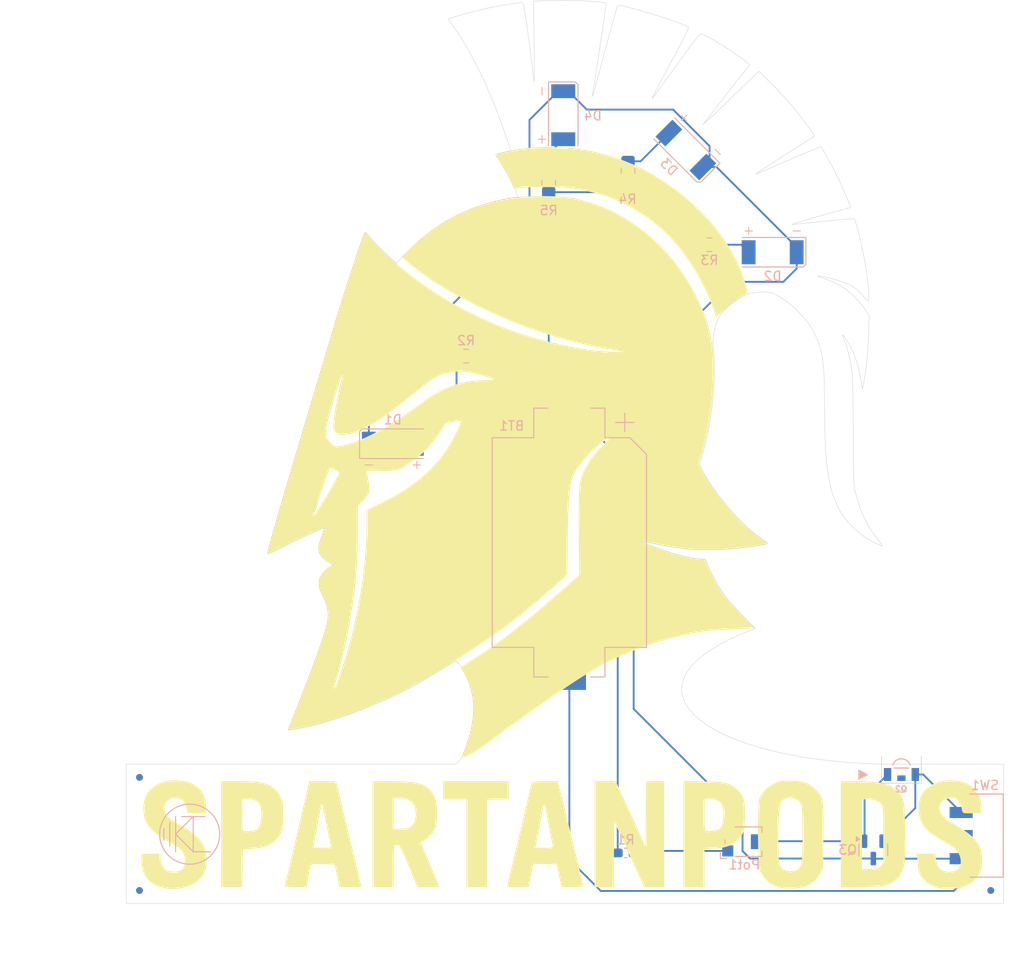
<source format=kicad_pcb>
(kicad_pcb (version 20241229) (generator "pcbnew") (generator_version "9.0")
  (layers (0 "F.Cu" signal) (2 "B.Cu" signal) (13 "F.Paste" user) (15 "B.Paste" user) (5 "F.SilkS" user "F.Silkscreen") (7 "B.SilkS" user "B.Silkscreen") (1 "F.Mask" user) (3 "B.Mask" user) (25 "Edge.Cuts" user))
  (net 0 "")
  (net 1 "Net-(D1-A)")
  (net 2 "Net-(D1-K)")
  (net 4 "Net-(Pot1-Pad1)")
  (net 5 "+3.3V")
  (net 6 "GNDREF")
  (net 7 "Net-(D2-A)")
  (net 8 "Net-(D3-A)")
  (net 9 "Net-(D4-A)")
  (net 10 "Net-(Q2-1)")
  (net 11 "Net-(Q2-2)")
  (footprint "Spartanpods:Combined" (layer "F.Cu") (at 99.453609 137.849936)
    (property "Reference" "G2")
    (property "Value" "Logo_Open_Hardware_Small")
    (fp_poly (pts (xy 49.304049 -99.954361) (xy 50.359665 -99.931915) (xy 51.429001 -99.891069) (xy 52.42639 -99.835806) (xy 53.266163 -99.770111) (xy 53.86265 -99.697966) (xy 54.042891 -99.660721) (xy 54.130184 -99.623356) (xy 53.937807 -98.176122) (xy 53.471787 -94.976734) (xy 52.974393 -91.663064) (xy 52.687893 -89.872983) (xy 52.675309 -89.808258) (xy 52.665723 -89.750029) (xy 52.65919 -89.699417) (xy 52.655762 -89.657544) (xy 52.65523 -89.640234) (xy 52.655494 -89.625529) (xy 52.656562 -89.613568) (xy 52.65844 -89.604493) (xy 52.661135 -89.598443) (xy 52.662792 -89.596596) (xy 52.664654 -89.595558) (xy 52.666725 -89.595346) (xy 52.669004 -89.595978) (xy 52.674191 -89.599843) (xy 52.683487 -89.619588) (xy 52.699861 -89.666581) (xy 52.752251 -89.836603) (xy 52.924473 -90.4408) (xy 53.165417 -91.321033) (xy 53.449642 -92.385899) (xy 54.125713 -94.915424) (xy 54.735523 -97.141913) (xy 55.188057 -98.73787) (xy 55.326903 -99.197056) (xy 55.3923 -99.375798) (xy 55.432971 -99.390464) (xy 55.510508 -99.392081) (xy 55.766567 -99.35911) (xy 56.141259 -99.282776) (xy 56.615364 -99.16897) (xy 57.784932 -98.852504) (xy 59.121514 -98.45684) (xy 60.471352 -98.029105) (xy 61.680689 -97.616426) (xy 62.595769 -97.265931) (xy 62.894912 -97.128729) (xy 63.062832 -97.024746) (xy 63.065734 -97.017107) (xy 63.064934 -97.002817) (xy 63.052568 -96.954974) (xy 63.026413 -96.882596) (xy 62.987147 -96.787062) (xy 62.871992 -96.532038) (xy 62.712528 -96.20093) (xy 62.514181 -95.804768) (xy 62.282374 -95.35458) (xy 62.022531 -94.861395) (xy 61.740078 -94.33624) (xy 60.549651 -92.128179) (xy 59.687321 -90.493918) (xy 59.202314 -89.528433) (xy 59.11669 -89.326163) (xy 59.115789 -89.30034) (xy 59.143856 -89.326704) (xy 59.407269 -89.681126) (xy 59.993958 -90.484613) (xy 61.789822 -92.961682) (xy 63.061496 -94.70743) (xy 63.505591 -95.301383) (xy 63.843979 -95.737007) (xy 64.093254 -96.035017) (xy 64.189658 -96.13889) (xy 64.270007 -96.216127) (xy 64.336373 -96.269318) (xy 64.39083 -96.301052) (xy 64.435454 -96.313918) (xy 64.472317 -96.310505) (xy 64.635052 -96.249047) (xy 64.840545 -96.15549) (xy 65.083466 -96.033168) (xy 65.358481 -95.885414) (xy 65.983469 -95.526942) (xy 66.672854 -95.106739) (xy 67.383979 -94.651469) (xy 68.07419 -94.187798) (xy 68.70083 -93.74239) (xy 68.976982 -93.534867) (xy 69.221245 -93.341908) (xy 69.681816 -92.966687) (xy 68.616081 -91.638349) (xy 68.129882 -91.027751) (xy 67.593891 -90.34718) (xy 67.073185 -89.679653) (xy 66.632836 -89.10819) (xy 65.823032 -88.050783) (xy 65.164517 -87.196187) (xy 64.613735 -86.486005) (xy 65.703884 -87.487768) (xy 66.170274 -87.921233) (xy 66.634278 -88.360941) (xy 67.042196 -88.755516) (xy 67.340325 -89.053579) (xy 67.478543 -89.193765) (xy 67.662555 -89.376512) (xy 68.136097 -89.83882) (xy 68.697226 -90.378778) (xy 69.282219 -90.934659) (xy 70.677818 -92.251691) (xy 72.052727 -90.89845) (xy 72.6581 -90.284167) (xy 73.27471 -89.623761) (xy 73.889944 -88.932409) (xy 74.491188 -88.225285) (xy 75.065831 -87.517566) (xy 75.601259 -86.824427) (xy 76.08486 -86.161044) (xy 76.504021 -85.542592) (xy 76.690483 -85.254712) (xy 74.637596 -83.946814) (xy 72.849244 -82.801834) (xy 71.497811 -81.924738) (xy 70.643096 -81.354751) (xy 70.420697 -81.19718) (xy 70.344902 -81.131094) (xy 70.345867 -81.129501) (xy 70.348728 -81.128796) (xy 70.359955 -81.129975) (xy 70.378203 -81.13448) (xy 70.403096 -81.142158) (xy 70.434254 -81.152858) (xy 70.4713 -81.166429) (xy 70.561543 -81.201576) (xy 70.670798 -81.246386) (xy 70.796041 -81.299648) (xy 70.934247 -81.360147) (xy 71.08239 -81.426672) (xy 72.675663 -82.128842) (xy 74.769821 -83.029195) (xy 76.596497 -83.800194) (xy 77.169413 -84.03483) (xy 77.387322 -84.114301) (xy 77.485559 -83.963484) (xy 77.626067 -83.729477) (xy 77.799533 -83.429) (xy 77.996643 -83.078775) (xy 78.208084 -82.695521) (xy 78.424543 -82.295961) (xy 78.636705 -81.896813) (xy 78.835259 -81.5148) (xy 79.090772 -80.999563) (xy 79.379317 -80.39064) (xy 79.968849 -79.088592) (xy 80.22651 -78.493899) (xy 80.430551 -78.002381) (xy 80.559308 -77.663254) (xy 80.588685 -77.566217) (xy 80.591118 -77.525732) (xy 80.5348 -77.506895) (xy 80.385262 -77.463003) (xy 79.847366 -77.311426) (xy 79.059109 -77.093752) (xy 78.102165 -76.832732) (xy 76.307708 -76.333693) (xy 75.012432 -75.948956) (xy 74.588549 -75.810905) (xy 74.333336 -75.715175) (xy 74.27355 -75.684613) (xy 74.261415 -75.666348) (xy 74.298761 -75.660955) (xy 74.387413 -75.669005) (xy 75.47215 -75.790407) (xy 77.150177 -75.96114) (xy 78.85733 -76.125382) (xy 80.029442 -76.227309) (xy 81.028008 -76.300009) (xy 81.197075 -75.711653) (xy 81.346579 -75.176131) (xy 81.490537 -74.629996) (xy 81.628219 -74.076459) (xy 81.758896 -73.518727) (xy 81.88184 -72.96001) (xy 81.996322 -72.403517) (xy 82.101613 -71.852458) (xy 82.196983 -71.310042) (xy 82.297134 -70.670016) (xy 82.385054 -70.023906) (xy 82.458558 -69.396914) (xy 82.515461 -68.814241) (xy 82.553577 -68.301089) (xy 82.57072 -67.882659) (xy 82.564706 -67.584153) (xy 82.552332 -67.487746) (xy 82.533348 -67.430771) (xy 82.528649 -67.424556) (xy 82.523096 -67.419701) (xy 82.516703 -67.416193) (xy 82.509487 -67.414018) (xy 82.501465 -67.413162) (xy 82.492652 -67.413613) (xy 82.483065 -67.415357) (xy 82.47272 -67.41838) (xy 82.461634 -67.42267) (xy 82.449821 -67.428212) (xy 82.4373 -67.434993) (xy 82.424085 -67.443) (xy 82.410193 -67.45222) (xy 82.39564 -67.462638) (xy 82.380443 -67.474242) (xy 82.364617 -67.487019) (xy 82.331144 -67.516035) (xy 82.295352 -67.549579) (xy 82.25737 -67.587543) (xy 82.217328 -67.629821) (xy 82.175355 -67.676305) (xy 82.131581 -67.726888) (xy 82.086135 -67.781462) (xy 82.039147 -67.83992) (xy 81.922463 -67.984106) (xy 81.807103 -68.11949) (xy 81.692306 -68.246629) (xy 81.577311 -68.36608) (xy 81.461356 -68.478401) (xy 81.343682 -68.584148) (xy 81.223526 -68.683879) (xy 81.100128 -68.778151) (xy 80.972727 -68.867522) (xy 80.840562 -68.952548) (xy 80.702871 -69.033787) (xy 80.558893 -69.111796) (xy 80.407869 -69.187133) (xy 80.249036 -69.260354) (xy 80.081633 -69.332016) (xy 79.9049 -69.402678) (xy 79.554478 -69.52603) (xy 79.130174 -69.656694) (xy 78.667739 -69.785927) (xy 78.202927 -69.904984) (xy 77.771488 -70.005122) (xy 77.409175 -70.077597) (xy 77.265113 -70.100728) (xy 77.15174 -70.113665) (xy 77.073524 -70.115314) (xy 77.048997 -70.111564) (xy 77.034935 -70.104582) (xy 77.033672 -70.102312) (xy 77.033928 -70.099579) (xy 77.035669 -70.096397) (xy 77.03886 -70.092782) (xy 77.043466 -70.088749) (xy 77.049452 -70.084311) (xy 77.065428 -70.074284) (xy 77.08651 -70.062816) (xy 77.112421 -70.050028) (xy 77.142883 -70.036035) (xy 77.17762 -70.020956) (xy 77.216354 -70.004909) (xy 77.258807 -69.988011) (xy 77.304702 -69.97038) (xy 77.353762 -69.952134) (xy 77.405709 -69.93339) (xy 77.460267 -69.914266) (xy 77.517157 -69.89488) (xy 77.576103 -69.875349) (xy 77.952048 -69.745175) (xy 78.316084 -69.604417) (xy 78.666531 -69.453916) (xy 79.001713 -69.29451) (xy 79.31995 -69.12704) (xy 79.47219 -69.040544) (xy 79.619565 -68.952346) (xy 79.761864 -68.862551) (xy 79.898878 -68.771265) (xy 80.030397 -68.678593) (xy 80.156212 -68.584639) (xy 80.307229 -68.464985) (xy 80.461627 -68.336072) (xy 80.618229 -68.199163) (xy 80.775855 -68.055522) (xy 80.933327 -67.906412) (xy 81.089468 -67.753095) (xy 81.243098 -67.596837) (xy 81.39304 -67.438898) (xy 81.538115 -67.280544) (xy 81.677144 -67.123037) (xy 81.80895 -66.96764) (xy 81.932354 -66.815617) (xy 82.046177 -66.668231) (xy 82.149242 -66.526744) (xy 82.24037 -66.392422) (xy 82.318382 -66.266526) (xy 82.60656 -65.774781) (xy 82.531548 -63.784333) (xy 82.497553 -62.97368) (xy 82.459217 -62.245247) (xy 82.415269 -61.58551) (xy 82.364434 -60.980944) (xy 82.305439 -60.418027) (xy 82.237011 -59.883236) (xy 82.157878 -59.363046) (xy 82.066765 -58.843934) (xy 81.883446 -57.860611) (xy 81.79055 -58.406907) (xy 81.652848 -59.164433) (xy 81.509743 -59.840392) (xy 81.434755 -60.152034) (xy 81.356723 -60.448384) (xy 81.275084 -60.731143) (xy 81.189274 -61.002011) (xy 81.098729 -61.262687) (xy 81.002884 -61.514872) (xy 80.901175 -61.760266) (xy 80.793039 -62.000569) (xy 80.677911 -62.237481) (xy 80.555227 -62.472701) (xy 80.424423 -62.707931) (xy 80.284935 -62.94487) (xy 80.085265 -63.269308) (xy 80.002016 -63.399518) (xy 79.929793 -63.508406) (xy 79.868571 -63.595987) (xy 79.818327 -63.662274) (xy 79.779036 -63.707282) (xy 79.763491 -63.721809) (xy 79.750675 -63.731022) (xy 79.740586 -63.734922) (xy 79.73322 -63.73351) (xy 79.728575 -63.726789) (xy 79.726647 -63.714759) (xy 79.727434 -63.697423) (xy 79.730932 -63.674783) (xy 79.746052 -63.613594) (xy 79.771981 -63.531208) (xy 79.808696 -63.427638) (xy 79.856174 -63.302896) (xy 79.914391 -63.156998) (xy 79.987944 -62.967293) (xy 80.060944 -62.762131) (xy 80.203582 -62.312931) (xy 80.338898 -61.824387) (xy 80.46349 -61.311491) (xy 80.573952 -60.789234) (xy 80.666881 -60.272604) (xy 80.738873 -59.776594) (xy 80.765953 -59.541005) (xy 80.786522 -59.316193) (xy 80.802898 -59.002322) (xy 80.818763 -58.498279) (xy 80.847401 -57.024222) (xy 80.869327 -55.10311) (xy 80.881432 -52.944031) (xy 80.8956 -50.121536) (xy 80.926342 -48.391631) (xy 80.951491 -47.828276) (xy 80.985059 -47.408323) (xy 81.028472 -47.088522) (xy 81.083153 -46.825623) (xy 81.181256 -46.438125) (xy 81.282506 -46.066734) (xy 81.387454 -45.710241) (xy 81.49665 -45.367438) (xy 81.610648 -45.037117) (xy 81.729997 -44.718068) (xy 81.85525 -44.409084) (xy 81.986958 -44.108956) (xy 82.125672 -43.816475) (xy 82.271943 -43.530434) (xy 82.426324 -43.249622) (xy 82.589366 -42.972834) (xy 82.761619 -42.698858) (xy 82.943636 -42.426488) (xy 83.135967 -42.154515) (xy 83.339165 -41.88173) (xy 83.492443 -41.67885) (xy 83.632223 -41.489839) (xy 83.755674 -41.31881) (xy 83.859966 -41.169878) (xy 83.942271 -41.047157) (xy 83.999757 -40.95476) (xy 84.018308 -40.921219) (xy 84.029594 -40.896802) (xy 84.033261 -40.882023) (xy 84.032126 -40.878408) (xy 84.028954 -40.877396) (xy 84.017613 -40.879337) (xy 84.000652 -40.883939) (xy 83.951233 -40.900559) (xy 83.883422 -40.926129) (xy 83.799946 -40.959519) (xy 83.703531 -40.999601) (xy 83.596904 -41.045247) (xy 83.482789 -41.095327) (xy 83.363915 -41.148713) (xy 83.068279 -41.291191) (xy 82.773991 -41.449117) (xy 82.482165 -41.621481) (xy 82.193914 -41.807278) (xy 81.91035 -42.0055) (xy 81.632588 -42.215139) (xy 81.361742 -42.435189) (xy 81.098923 -42.664641) (xy 80.845246 -42.902489) (xy 80.601824 -43.147724) (xy 80.369771 -43.399341) (xy 80.150199 -43.656331) (xy 79.944223 -43.917688) (xy 79.752955 -44.182403) (xy 79.577509 -44.44947) (xy 79.418999 -44.717881) (xy 79.194911 -45.144759) (xy 78.990126 -45.588325) (xy 78.803973 -46.053251) (xy 78.63578 -46.544209) (xy 78.484875 -47.065873) (xy 78.350588 -47.622915) (xy 78.232247 -48.220008) (xy 78.129181 -48.861824) (xy 78.040718 -49.553037) (xy 77.966188 -50.298319) (xy 77.904917 -51.102342) (xy 77.856237 -51.96978) (xy 77.819474 -52.905305) (xy 77.793957 -53.91359) (xy 77.779016 -54.999307) (xy 77.773979 -56.16713) (xy 77.761739 -57.820824) (xy 77.720577 -59.199584) (xy 77.686716 -59.800724) (xy 77.642702 -60.350963) (xy 77.587562 -60.856244) (xy 77.520321 -61.322512) (xy 77.440006 -61.75571) (xy 77.345642 -62.161782) (xy 77.236256 -62.546673) (xy 77.110873 -62.916325) (xy 76.968519 -63.276684) (xy 76.808221 -63.633692) (xy 76.629004 -63.993295) (xy 76.429894 -64.361435) (xy 76.291826 -64.592741) (xy 76.132296 -64.832489) (xy 75.953566 -65.07845) (xy 75.7579 -65.328395) (xy 75.54756 -65.580094) (xy 75.324808 -65.831319) (xy 75.091908 -66.07984) (xy 74.85112 -66.323428) (xy 74.604709 -66.559853) (xy 74.354936 -66.786887) (xy 74.104064 -67.0023) (xy 73.854355 -67.203862) (xy 73.608073 -67.389346) (xy 73.367479 -67.55652) (xy 73.134836 -67.703157) (xy 72.912407 -67.827027) (xy 72.820923 -67.887868) (xy 72.720389 -67.951674) (xy 72.595612 -68.026853) (xy 72.527011 -68.066156) (xy 72.455806 -68.105241) (xy 72.383146 -68.143088) (xy 72.310185 -68.178676) (xy 72.238073 -68.210984) (xy 72.167962 -68.238993) (xy 72.101005 -68.261681) (xy 72.069069 -68.270711) (xy 72.038353 -68.278029) (xy 71.874 -68.309611) (xy 71.708314 -68.334639) (xy 71.541502 -68.353348) (xy 71.373773 -68.365975) (xy 71.205337 -68.372757) (xy 71.036403 -68.373931) (xy 70.867178 -68.369733) (xy 70.697872 -68.3604) (xy 70.528694 -68.346168) (xy 70.359853 -68.327275) (xy 70.191556 -68.303956) (xy 70.024014 -68.27645) (xy 69.857435 -68.244991) (xy 69.692027 -68.209817) (xy 69.365563 -68.129271) (xy 69.348834 -68.124356) (xy 69.332807 -68.11883) (xy 69.317358 -68.112735) (xy 69.302363 -68.106112) (xy 69.287697 -68.099005) (xy 69.273237 -68.091456) (xy 69.244438 -68.075198) (xy 69.183859 -68.03923) (xy 69.150095 -68.020197) (xy 69.131911 -68.010565) (xy 69.112694 -68.000914) (xy 68.990928 -67.938993) (xy 68.858804 -67.867006) (xy 68.717748 -67.785619) (xy 68.569185 -67.6955) (xy 68.414543 -67.597314) (xy 68.255245 -67.49173) (xy 68.092719 -67.379414) (xy 67.928391 -67.261032) (xy 67.763685 -67.137253) (xy 67.600028 -67.008743) (xy 67.438846 -66.876168) (xy 67.281565 -66.740196) (xy 67.12961 -66.601494) (xy 66.984408 -66.460728) (xy 66.847383 -66.318566) (xy 66.719963 -66.175675) (xy 66.586772 -66.004066) (xy 66.463835 -65.820816) (xy 66.350913 -65.627033) (xy 66.247768 -65.423825) (xy 66.15416 -65.212301) (xy 66.069851 -64.99357) (xy 65.994602 -64.768739) (xy 65.928173 -64.538918) (xy 65.870325 -64.305214) (xy 65.820821 -64.068736) (xy 65.77942 -63.830593) (xy 65.745883 -63.591892) (xy 65.719972 -63.353743) (xy 65.701448 -63.117253) (xy 65.690072 -62.883532) (xy 65.685604 -62.653687) (xy 65.761649 -62.078181) (xy 65.815498 -61.451453) (xy 65.847733 -60.779702) (xy 65.858936 -60.069128) (xy 65.849685 -59.325929) (xy 65.820563 -58.556305) (xy 65.772151 -57.766455) (xy 65.705029 -56.962578) (xy 65.619778 -56.150874) (xy 65.516979 -55.33754) (xy 65.397212 -54.528777) (xy 65.26106 -53.730784) (xy 65.109102 -52.94976) (xy 64.94192 -52.191904) (xy 64.760094 -51.463415) (xy 64.564205 -50.770493) (xy 64.238613 -49.68956) (xy 64.496182 -49.186264) (xy 64.762049 -48.694121) (xy 65.064109 -48.183944) (xy 65.398408 -47.660348) (xy 65.760993 -47.127949) (xy 66.147913 -46.591362) (xy 66.555214 -46.055203) (xy 66.978945 -45.524086) (xy 67.415152 -45.002629) (xy 67.859883 -44.495445) (xy 68.309186 -44.007151) (xy 68.759107 -43.542361) (xy 69.205695 -43.105692) (xy 69.644998 -42.701759) (xy 70.073061 -42.335177) (xy 70.485933 -42.010562) (xy 70.879662 -41.732529) (xy 71.162408 -41.544555) (xy 71.373115 -41.400381) (xy 71.45336 -41.342558) (xy 71.517885 -41.293092) (xy 71.567451 -41.251118) (xy 71.602822 -41.215771) (xy 71.615422 -41.200313) (xy 71.62476 -41.186188) (xy 71.63093 -41.173287) (xy 71.634028 -41.161503) (xy 71.63415 -41.150727) (xy 71.63139 -41.140852) (xy 71.625844 -41.13177) (xy 71.617608 -41.123372) (xy 71.593446 -41.108196) (xy 71.559665 -41.094461) (xy 71.517029 -41.081303) (xy 71.466301 -41.067856) (xy 71.051177 -40.979162) (xy 70.501004 -40.886916) (xy 69.849422 -40.79495) (xy 69.130066 -40.707097) (xy 68.376576 -40.627187) (xy 67.622588 -40.559052) (xy 66.901742 -40.506524) (xy 66.247673 -40.473435) (xy 65.407512 -40.453286) (xy 64.606339 -40.456402) (xy 63.829356 -40.484071) (xy 63.061763 -40.537583) (xy 62.288764 -40.618225) (xy 61.495558 -40.727288) (xy 60.667347 -40.866059) (xy 59.789334 -41.035828) (xy 59.074656 -41.178676) (xy 58.484135 -41.290402) (xy 58.079088 -41.359848) (xy 57.96528 -41.375228) (xy 57.920834 -41.375855) (xy 57.922505 -41.367322) (xy 57.93889 -41.353801) (xy 58.01271 -41.312954) (xy 58.302924 -41.184113) (xy 58.742048 -41.0078) (xy 59.280651 -40.802481) (xy 59.869305 -40.586625) (xy 60.458581 -40.378698) (xy 60.999049 -40.197167) (xy 61.441281 -40.060502) (xy 61.896126 -39.935553) (xy 62.354329 -39.820126) (xy 62.804681 -39.716419) (xy 63.235977 -39.626633) (xy 63.637011 -39.552969) (xy 63.996576 -39.497628) (xy 64.303466 -39.46281) (xy 64.546475 -39.450715) (xy 64.615184 -39.45033) (xy 64.676146 -39.448794) (xy 64.730033 -39.445537) (xy 64.777517 -39.439985) (xy 64.799068 -39.43617) (xy 64.81927 -39.431568) (xy 64.838208 -39.426106) (xy 64.855966 -39.419713) (xy 64.872628 -39.412319) (xy 64.888277 -39.40385) (xy 64.902997 -39.394236) (xy 64.916874 -39.383406) (xy 64.929991 -39.371288) (xy 64.942431 -39.35781) (xy 64.954279 -39.342901) (xy 64.96562 -39.32649) (xy 64.976536 -39.308505) (xy 64.987113 -39.288875) (xy 64.997434 -39.267528) (xy 65.007583 -39.244393) (xy 65.027702 -39.192471) (xy 65.048142 -39.13254) (xy 65.069577 -39.064026) (xy 65.092678 -38.986359) (xy 65.139819 -38.841904) (xy 65.202019 -38.677561) (xy 65.278053 -38.495581) (xy 65.366691 -38.298216) (xy 65.576876 -37.866329) (xy 65.822756 -37.399908) (xy 66.094514 -36.916959) (xy 66.382333 -36.435486) (xy 66.676394 -35.973497) (xy 66.822698 -35.755435) (xy 66.966881 -35.548996) (xy 67.131722 -35.329112) (xy 67.337931 -35.071804) (xy 67.577246 -34.786434) (xy 67.841404 -34.482365) (xy 68.122143 -34.168959) (xy 68.411201 -33.855578) (xy 68.700316 -33.551585) (xy 68.981224 -33.266343) (xy 70.30996 -31.943924) (xy 68.907276 -31.400937) (xy 67.647023 -30.843919) (xy 66.526768 -30.274815) (xy 65.54408 -29.695571) (xy 64.69653 -29.108131) (xy 63.981686 -28.514441) (xy 63.397116 -27.916445) (xy 62.940391 -27.31609) (xy 62.60908 -26.715321) (xy 62.400751 -26.116081) (xy 62.312974 -25.520318) (xy 62.343317 -24.929975) (xy 62.489351 -24.346999) (xy 62.748643 -23.773334) (xy 63.118764 -23.210926) (xy 63.597282 -22.661719) (xy 64.181766 -22.127659) (xy 64.869786 -21.610691) (xy 65.658911 -21.112761) (xy 66.546709 -20.635813) (xy 67.530751 -20.181793) (xy 68.608605 -19.752646) (xy 69.77784 -19.350316) (xy 71.036025 -18.976751) (xy 72.38073 -18.633893) (xy 73.809523 -18.32369) (xy 75.319974 -18.048085) (xy 76.909653 -17.809024) (xy 78.576127 -17.608453) (xy 80.316966 -17.448316) (xy 82.129739 -17.330559) (xy 84.012016 -17.257126) (xy 84.01223 -17.257111) (xy 97.178032 -17.257111) (xy 97.178032 -2.169114) (xy 2.201599 -2.169114) (xy 2.201599 -17.257096) (xy 37.907864 -17.257096) (xy 37.976725 -17.333642) (xy 38.050754 -17.417714) (xy 38.140473 -17.521998) (xy 38.237849 -17.638754) (xy 38.286898 -17.69939) (xy 38.33485 -17.760242) (xy 38.3807 -17.820341) (xy 38.423445 -17.878721) (xy 38.46208 -17.934413) (xy 38.495602 -17.986451) (xy 38.551368 -18.079863) (xy 38.575904 -18.12322) (xy 38.598723 -18.165313) (xy 38.620207 -18.206871) (xy 38.640742 -18.248621) (xy 38.660711 -18.291291) (xy 38.6805 -18.335608) (xy 38.721074 -18.432096) (xy 38.765539 -18.543906) (xy 38.878445 -18.836777) (xy 39.10505 -19.458268) (xy 39.30048 -20.065083) (xy 39.464729 -20.657599) (xy 39.597793 -21.236192) (xy 39.699665 -21.801236) (xy 39.770341 -22.353108) (xy 39.809814 -22.892183) (xy 39.818081 -23.418837) (xy 39.795136 -23.933445) (xy 39.740972 -24.436382) (xy 39.655586 -24.928025) (xy 39.538972 -25.408749) (xy 39.391124 -25.87893) (xy 39.212038 -26.338942) (xy 39.001708 -26.789162) (xy 38.760128 -27.229966) (xy 38.457546 -27.743119) (xy 37.887203 -28.467652) (xy 36.070351 -27.365981) (xy 34.525298 -26.445496) (xy 33.805368 -26.026017) (xy 33.20117 -25.684449) (xy 32.453035 -25.284965) (xy 31.665545 -24.888464) (xy 29.999789 -24.114276) (xy 28.258469 -23.381608) (xy 26.496153 -22.710185) (xy 24.767408 -22.119728) (xy 23.126802 -21.629964) (xy 22.356603 -21.429004) (xy 21.628902 -21.260614) (xy 20.950519 -21.127258) (xy 20.328276 -21.031403) (xy 19.750517 -20.95691) (xy 19.985014 -21.545136) (xy 21.656863 -25.807503) (xy 22.883452 -29.091971) (xy 23.332046 -30.373819) (xy 23.672052 -31.418783) (xy 23.904379 -32.229394) (xy 24.029936 -32.808182) (xy 24.052125 -32.971953) (xy 24.067119 -33.13412) (xy 24.074802 -33.29523) (xy 24.075061 -33.455828) (xy 24.067781 -33.616461) (xy 24.052848 -33.777675) (xy 24.030148 -33.940016) (xy 23.999567 -34.104031) (xy 23.960991 -34.270266) (xy 23.914304 -34.439267) (xy 23.859394 -34.61158) (xy 23.796146 -34.787751) (xy 23.724445 -34.968327) (xy 23.644178 -35.153855) (xy 23.55523 -35.344879) (xy 23.457487 -35.541947) (xy 23.347906 -35.773262) (xy 23.258505 -35.998207) (xy 23.189305 -36.216868) (xy 23.162286 -36.32387) (xy 23.140325 -36.429334) (xy 23.123424 -36.53327) (xy 23.111586 -36.635691) (xy 23.104812 -36.736606) (xy 23.103106 -36.836026) (xy 23.10647 -36.933963) (xy 23.114906 -37.030427) (xy 23.128417 -37.12543) (xy 23.147005 -37.218981) (xy 23.170674 -37.311093) (xy 23.199424 -37.401775) (xy 23.233259 -37.49104) (xy 23.272182 -37.578897) (xy 23.316194 -37.665358) (xy 23.365299 -37.750434) (xy 23.419498 -37.834135) (xy 23.478795 -37.916472) (xy 23.543191 -37.997457) (xy 23.612689 -38.0771) (xy 23.687292 -38.155412) (xy 23.767002 -38.232404) (xy 23.941752 -38.382471) (xy 24.136961 -38.52739) (xy 24.564238 -38.823487) (xy 24.098723 -39.118714) (xy 23.897589 -39.251771) (xy 23.805581 -39.317256) (xy 23.719204 -39.382321) (xy 23.638404 -39.447171) (xy 23.563126 -39.512013) (xy 23.493315 -39.577053) (xy 23.428916 -39.642496) (xy 23.369873 -39.708549) (xy 23.316131 -39.775418) (xy 23.267636 -39.843309) (xy 23.224333 -39.912429) (xy 23.186165 -39.982982) (xy 23.153079 -40.055176) (xy 23.12502 -40.129216) (xy 23.101931 -40.205309) (xy 23.083758 -40.283661) (xy 23.070446 -40.364477) (xy 23.061941 -40.447964) (xy 23.058186 -40.534328) (xy 23.059126 -40.623776) (xy 23.064708 -40.716512) (xy 23.074875 -40.812743) (xy 23.089573 -40.912676) (xy 23.108746 -41.016516) (xy 23.132339 -41.12447) (xy 23.160298 -41.236743) (xy 23.192567 -41.353542) (xy 23.269816 -41.601542) (xy 23.363646 -41.870118) (xy 23.428398 -42.051075) (xy 23.486982 -42.221717) (xy 23.538247 -42.378177) (xy 23.581042 -42.516591) (xy 23.614213 -42.633093) (xy 23.636609 -42.72382) (xy 23.647078 -42.784905) (xy 23.64748 -42.803125) (xy 23.644468 -42.812485) (xy 23.629616 -42.815388) (xy 23.59926 -42.810588) (xy 23.494889 -42.779185) (xy 23.131462 -42.638265) (xy 22.599793 -42.410547) (xy 21.945486 -42.11685) (xy 21.214146 -41.777994) (xy 20.451378 -41.414799) (xy 19.702786 -41.048084) (xy 19.013975 -40.69867) (xy 18.621542 -40.497303) (xy 18.293568 -40.333904) (xy 18.026921 -40.207186) (xy 17.818465 -40.115862) (xy 17.73508 -40.083071) (xy 17.665067 -40.058645) (xy 17.608035 -40.042425) (xy 17.563592 -40.034248) (xy 17.531346 -40.033955) (xy 17.510906 -40.041384) (xy 17.504991 -40.047944) (xy 17.50188 -40.056375) (xy 17.503875 -40.078766) (xy 17.671584 -40.695319) (xy 17.998687 -41.908967) (xy 18.2812 -42.92032) (xy 18.724737 -44.462513) (xy 19.851652 -48.300522) (xy 24.960417 -65.453934) (xy 25.836371 -68.268441) (xy 26.836062 -71.348765) (xy 27.673984 -73.830707) (xy 27.943062 -74.577222) (xy 28.064634 -74.850066) (xy 28.069491 -74.849005) (xy 28.076024 -74.845857) (xy 28.093925 -74.833507) (xy 28.117954 -74.813433) (xy 28.147727 -74.78605) (xy 28.182861 -74.751774) (xy 28.222972 -74.711021) (xy 28.267675 -74.664207) (xy 28.316588 -74.611748) (xy 28.425504 -74.491559) (xy 28.546651 -74.353782) (xy 28.676957 -74.201743) (xy 28.813353 -74.038771) (xy 28.974339 -73.852394) (xy 29.175143 -73.633265) (xy 29.407753 -73.389416) (xy 29.664152 -73.12888) (xy 29.936327 -72.859689) (xy 30.216264 -72.589874) (xy 30.495947 -72.327468) (xy 30.767363 -72.080504) (xy 31.42401 -71.497679) (xy 32.071226 -72.15927) (xy 33.3179 -73.371748) (xy 33.839148 -73.859171) (xy 34.378387 -74.325103) (xy 34.935384 -74.769428) (xy 35.509907 -75.19203) (xy 36.101721 -75.592793) (xy 36.710593 -75.971602) (xy 37.336291 -76.328339) (xy 37.978581 -76.66289) (xy 38.637229 -76.975138) (xy 39.312003 -77.264967) (xy 40.002669 -77.532262) (xy 40.708993 -77.776906) (xy 41.430743 -77.998783) (xy 42.167686 -78.197778) (xy 42.919587 -78.373774) (xy 43.686215 -78.526656) (xy 43.780732 -78.543006) (xy 43.881279 -78.558682) (xy 43.987594 -78.573683) (xy 44.099415 -78.588008) (xy 44.21648 -78.601659) (xy 44.338528 -78.614635) (xy 44.596523 -78.638564) (xy 44.584011 -78.670767) (xy 44.474449 -79.000323) (xy 44.425384 -79.142123) (xy 44.373679 -79.286772) (xy 44.322349 -79.423812) (xy 44.27441 -79.542784) (xy 44.211516 -79.686391) (xy 44.145768 -79.828715) (xy 44.077583 -79.96993) (xy 44.007378 -80.110204) (xy 43.862573 -80.388619) (xy 43.714688 -80.665328) (xy 43.587726 -80.896953) (xy 43.457359 -81.126681) (xy 43.190411 -81.582682) (xy 42.921861 -82.037814) (xy 42.78949 -82.266454) (xy 42.659725 -82.496558) (xy 42.598892 -82.602694) (xy 42.528039 -82.72209) (xy 42.381275 -82.969357) (xy 42.317862 -83.081575) (xy 42.291382 -83.131407) (xy 42.269427 -83.175749) (xy 42.25278 -83.213623) (xy 42.24222 -83.244051) (xy 42.238529 -83.266054) (xy 42.239504 -83.273591) (xy 42.242489 -83.278655) (xy 42.270089 -83.291953) (xy 42.327727 -83.310375) (xy 42.515555 -83.359283) (xy 42.770849 -83.418778) (xy 43.058487 -83.482258) (xy 43.830013 -83.644011) (xy 43.816006 -83.697714) (xy 43.160366 -85.610364) (xy 43.128084 -85.689344) (xy 43.093272 -85.778481) (xy 43.014752 -85.989485) (xy 42.922177 -86.247892) (xy 42.812924 -86.558217) (xy 42.249191 -88.090517) (xy 41.644723 -89.592416) (xy 41.00649 -91.049843) (xy 40.341461 -92.448728) (xy 39.656608 -93.774998) (xy 38.958898 -95.014582) (xy 38.255303 -96.15341) (xy 37.903476 -96.680643) (xy 37.552792 -97.177411) (xy 37.444053 -97.328411) (xy 37.34395 -97.470328) (xy 37.254578 -97.599982) (xy 37.178032 -97.714192) (xy 37.116408 -97.809776) (xy 37.071801 -97.883555) (xy 37.046306 -97.932346) (xy 37.041381 -97.946377) (xy 37.040988 -97.950628) (xy 37.042019 -97.952969) (xy 37.208737 -98.009935) (xy 37.610922 -98.126801) (xy 38.858376 -98.469381) (xy 40.257756 -98.839004) (xy 41.282437 -99.093968) (xy 41.733546 -99.189921) (xy 42.275307 -99.29517) (xy 42.839607 -99.396963) (xy 43.358334 -99.482548) (xy 44.799893 -99.706471) (xy 44.838089 -99.711831) (xy 44.873739 -99.715441) (xy 44.90692 -99.717272) (xy 44.937704 -99.717292) (xy 44.966168 -99.715474) (xy 44.992385 -99.711787) (xy 45.016431 -99.706201) (xy 45.027663 -99.702687) (xy 45.03838 -99.698688) (xy 45.048591 -99.694199) (xy 45.058307 -99.689216) (xy 45.067535 -99.683737) (xy 45.076286 -99.677758) (xy 45.084569 -99.671274) (xy 45.092394 -99.664282) (xy 45.099768 -99.656778) (xy 45.106703 -99.648759) (xy 45.113207 -99.640221) (xy 45.119289 -99.63116) (xy 45.130227 -99.611456) (xy 45.139592 -99.589615) (xy 45.147457 -99.565609) (xy 45.22942 -99.204051) (xy 45.334273 -98.627643) (xy 45.45666 -97.873174) (xy 45.591229 -96.977432) (xy 45.87549 -94.909281) (xy 46.014475 -93.810449) (xy 46.144222 -92.717496) (xy 46.214691 -92.122387) (xy 46.277516 -91.629939) (xy 46.32584 -91.291331) (xy 46.342423 -91.195711) (xy 46.35281 -91.157743) (xy 46.35851 -91.239931) (xy 46.361645 -91.488686) (xy 46.360615 -92.414899) (xy 46.35051 -93.794384) (xy 46.332119 -95.485143) (xy 46.277432 -99.846523) (xy 47.576657 -99.92812) (xy 48.347824 -99.954424)) (stroke (width 0.047901) (color 0 255 0 1)) (fill no) (layer "Edge.Cuts"))
  )
  (footprint "Capacitor_SMD:C_0805_2012Metric_Pad1.18x1.45mm_HandSolder" (layer "B.Cu") (at 155.956 56.3665 90)
    (property "Reference" "R4" (at -3.0695 -0.0508 0) (layer "B.SilkS") (effects (justify mirror)))
    (property "Value" "R_US")
    (pad "1" smd roundrect (at -1.0375 0 90) (size 1.175 1.45) (layers "B.Cu" "B.Mask" "B.Paste") (roundrect_rratio 0.212766) (net 5 "+3.3V"))
    (pad "2" smd roundrect (at 1.0375 0 90) (size 1.175 1.45) (layers "B.Cu" "B.Mask" "B.Paste") (roundrect_rratio 0.212766) (net 8 "Net-(D3-A)"))
  )
  (footprint "Capacitor_SMD:C_0805_2012Metric_Pad1.18x1.45mm_HandSolder" (layer "B.Cu") (at 138.43 76.418 180)
    (property "Reference" "R2" (at 0 1.68 0) (layer "B.SilkS") (effects (justify mirror)))
    (property "Value" "R_US")
    (pad "1" smd roundrect (at -1.0375 0 180) (size 1.175 1.45) (layers "B.Cu" "B.Mask" "B.Paste") (roundrect_rratio 0.212766) (net 5 "+3.3V"))
    (pad "2" smd roundrect (at 1.0375 0 180) (size 1.175 1.45) (layers "B.Cu" "B.Mask" "B.Paste") (roundrect_rratio 0.212766) (net 1 "Net-(D1-A)"))
  )
  (footprint "Fiducial:Fiducial_0.75mm_Mask2.25mm" (layer "B.Cu") (at 103.0732 122.0216)
    (property "Reference" "FID3")
    (property "Value" "Fiducial")
    (pad "" smd circle (at 0 0) (size 0.75 0.75) (layers "B.Cu" "B.Mask") (clearance 0.85))
  )
  (footprint "Potentiometer_SMD:Potentiometer_Bourns_TC33X_Vertical" (layer "B.Cu") (at 168.5528 128.9812)
    (property "Reference" "Pot1" (at 0 2.5 0) (layer "B.SilkS") (effects (justify mirror)))
    (property "Value" "50kΩ")
    (pad "1" smd rect (at -1.8 1) (size 1.2 1.2) (layers "B.Cu" "B.Mask" "B.Paste") (net 4 "Net-(Pot1-Pad1)"))
    (pad "2" smd rect (at 1.45 0) (size 1.5 1.6) (layers "B.Cu" "B.Mask" "B.Paste") (net 10 "Net-(Q2-1)"))
    (pad "3" smd rect (at -1.8 -1) (size 1.2 1.2) (layers "B.Cu" "B.Mask" "B.Paste"))
  )
  (footprint "Fiducial:Fiducial_0.75mm_Mask2.25mm" (layer "B.Cu") (at 103.0732 134.2644)
    (property "Reference" "FID2")
    (property "Value" "Fiducial")
    (pad "" smd circle (at 0 0) (size 0.75 0.75) (layers "B.Cu" "B.Mask") (clearance 0.85))
  )
  (footprint "!MyFootprints:PhotoTrans_PT12-21C_TR8 (Flipped)" (layer "B.Cu") (at 184.3499 121.7088 180)
    (property "Reference" "Q2" (at -1.1717 -1.5828 180) (layer "B.SilkS") (effects (font (size 0.64 0.64)) (justify mirror)))
    (property "Value" "Q_Photo_NPN")
    (pad "C" smd rect (at 0.3 0 180) (size 0.8 1.4) (layers "B.Cu" "B.Mask" "B.Paste") (net 10 "Net-(Q2-1)"))
    (pad "E" smd rect (at -2.7 0 180) (size 0.8 1.4) (layers "B.Cu" "B.Mask" "B.Paste") (net 11 "Net-(Q2-2)"))
    (pad "P1" smd rect (at -1.2 -0.4 180) (size 0.9 0.6) (layers "B.Cu" "B.Mask" "B.Paste"))
  )
  (footprint "Fiducial:Fiducial_0.75mm_Mask2.25mm" (layer "B.Cu") (at 195.2244 134.2644)
    (property "Reference" "FID1")
    (property "Value" "Fiducial")
    (pad "" smd circle (at 0 0) (size 0.75 0.75) (layers "B.Cu" "B.Mask") (clearance 0.85))
  )
  (footprint "Capacitor_SMD:C_0805_2012Metric_Pad1.18x1.45mm_HandSolder" (layer "B.Cu") (at 164.7737 64.3636)
    (property "Reference" "R3" (at 0 1.68 180) (layer "B.SilkS") (effects (justify mirror)))
    (property "Value" "R_US")
    (pad "1" smd roundrect (at -1.0375 0) (size 1.175 1.45) (layers "B.Cu" "B.Mask" "B.Paste") (roundrect_rratio 0.212766) (net 5 "+3.3V"))
    (pad "2" smd roundrect (at 1.0375 0) (size 1.175 1.45) (layers "B.Cu" "B.Mask" "B.Paste") (roundrect_rratio 0.212766) (net 7 "Net-(D2-A)"))
  )
  (footprint "!MyFootprints:CR2032-Holder" (layer "B.Cu") (at 149.606 96.602 -90)
    (property "Reference" "BT1" (at -12.6296 6.2484 0) (layer "B.SilkS") (effects (justify mirror)))
    (property "Value" "Battery_Cell")
    (pad "1" smd rect (at -14.65 0 90) (size 2.6 3.6) (layers "B.Cu" "B.Mask" "B.Paste") (net 5 "+3.3V"))
    (pad "2" smd rect (at 14.65 0 90) (size 2.6 3.6) (layers "B.Cu" "B.Mask" "B.Paste") (net 6 "GNDREF"))
  )
  (footprint "Capacitor_SMD:C_0805_2012Metric_Pad1.18x1.45mm_HandSolder" (layer "B.Cu") (at 147.3708 57.6365 90)
    (property "Reference" "R5" (at -3.0187 0 0) (layer "B.SilkS") (effects (justify mirror)))
    (property "Value" "R_US")
    (pad "1" smd roundrect (at -1.0375 0 90) (size 1.175 1.45) (layers "B.Cu" "B.Mask" "B.Paste") (roundrect_rratio 0.212766) (net 5 "+3.3V"))
    (pad "2" smd roundrect (at 1.0375 0 90) (size 1.175 1.45) (layers "B.Cu" "B.Mask" "B.Paste") (roundrect_rratio 0.212766) (net 9 "Net-(D4-A)"))
  )
  (footprint "!MyFootprints:LED - MyPLCC2 (RoundMask_LED Side)" (layer "B.Cu") (at 171.6116 65.1764 180)
    (property "Reference" "D2" (at 0 -2.6 0) (layer "B.SilkS") (effects (justify mirror)))
    (property "Value" "LED")
    (pad "1" smd rect (at -2.6 0 180) (size 1.5 2.6) (layers "B.Cu" "B.Mask" "B.Paste") (net 2 "Net-(D1-K)"))
    (pad "2" smd rect (at 2.6 0 180) (size 1.5 2.6) (layers "B.Cu" "B.Mask" "B.Paste") (net 7 "Net-(D2-A)"))
  )
  (footprint "Package_TO_SOT_SMD:SOT-23" (layer "B.Cu") (at 182.5092 129.8679 -90)
    (property "Reference" "Q3" (at 0 2.7788 0) (layer "B.SilkS") (effects (justify mirror)))
    (property "Value" "BC847")
    (pad "1" smd roundrect (at -0.9375 0.95 270) (size 1.475 0.6) (layers "B.Cu" "B.Mask" "B.Paste") (net 10 "Net-(Q2-1)"))
    (pad "2" smd roundrect (at -0.9375 -0.95 270) (size 1.475 0.6) (layers "B.Cu" "B.Mask" "B.Paste") (net 11 "Net-(Q2-2)"))
    (pad "3" smd roundrect (at 0.9375 0 270) (size 1.475 0.6) (layers "B.Cu" "B.Mask" "B.Paste") (net 2 "Net-(D1-K)"))
  )
  (footprint "!MyFootprints:LED - MyPLCC2 (RoundMask_LED Side)" (layer "B.Cu") (at 162.214078 54.111678 135)
    (property "Reference" "D3" (at 0 -2.600001 135) (layer "B.SilkS") (effects (justify mirror)))
    (property "Value" "LED")
    (pad "1" smd rect (at -2.600001 0 135) (size 1.5 2.6) (layers "B.Cu" "B.Mask" "B.Paste") (net 2 "Net-(D1-K)"))
    (pad "2" smd rect (at 2.600001 0 135) (size 1.5 2.6) (layers "B.Cu" "B.Mask" "B.Paste") (net 8 "Net-(D3-A)"))
  )
  (footprint "!MyFootprints:LED - MyPLCC2 (RoundMask_LED Side)" (layer "B.Cu") (at 148.9456 50.3428 -90)
    (property "Reference" "D4" (at 0.0508 -3.2004 0) (layer "B.SilkS") (effects (justify mirror)))
    (property "Value" "LED")
    (pad "1" smd rect (at -2.6 0 270) (size 1.5 2.6) (layers "B.Cu" "B.Mask" "B.Paste") (net 2 "Net-(D1-K)"))
    (pad "2" smd rect (at 2.6 0 270) (size 1.5 2.6) (layers "B.Cu" "B.Mask" "B.Paste") (net 9 "Net-(D4-A)"))
  )
  (footprint "!MyFootprints:LED - MyPLCC2 (RoundMask_LED Side)" (layer "B.Cu") (at 130.496 85.9028)
    (property "Reference" "D1" (at 0 -2.6 180) (layer "B.SilkS") (effects (justify mirror)))
    (property "Value" "LED")
    (pad "1" smd rect (at -2.6 0) (size 1.5 2.6) (layers "B.Cu" "B.Mask" "B.Paste") (net 2 "Net-(D1-K)"))
    (pad "2" smd rect (at 2.6 0) (size 1.5 2.6) (layers "B.Cu" "B.Mask" "B.Paste") (net 1 "Net-(D1-A)"))
  )
  (footprint "Fiducial:Fiducial_0.75mm_Mask2.25mm" (layer "B.Cu") (at 128.6764 68.7324)
    (property "Reference" "FID4")
    (property "Value" "Fiducial")
    (pad "" smd circle (at 0 0) (size 0.75 0.75) (layers "B.Cu" "B.Mask") (clearance 0.85))
  )
  (footprint "ECE492_Footprints:SW_JS102011SAQN" (layer "B.Cu") (at 194.7672 128.3208 -90)
    (property "Reference" "SW1" (at -5.438995 0.175125 0) (layer "B.SilkS") (effects (font (size 1.000732 1.000732)) (justify mirror)))
    (property "Value" "SW_SPDT")
    (pad "" np_thru_hole circle (at -3.4 0 270) (size 1 1) (drill 1) (layers "*.Cu" "*.Mask"))
    (pad "" np_thru_hole circle (at 3.4 0 270) (size 1 1) (drill 1) (layers "*.Cu" "*.Mask"))
    (pad "1" smd rect (at -2.5 2.75 270) (size 1.2 2.5) (layers "B.Cu" "B.Mask" "B.Paste") (net 11 "Net-(Q2-2)"))
    (pad "2" smd rect (at 0 2.75 270) (size 1.2 2.5) (layers "B.Cu" "B.Mask" "B.Paste") (net 6 "GNDREF"))
    (pad "3" smd rect (at 2.5 2.75 270) (size 1.2 2.5) (layers "B.Cu" "B.Mask" "B.Paste") (net 2 "Net-(D1-K)"))
  )
  (footprint "!MyFootprints:JD3_Diode" (layer "B.Cu") (at 108.2548 128.1684 180)
    (property "Reference" "G1" (hide yes))
    (property "Value" "JD3_Diode" (hide yes))
  )
  (footprint "Capacitor_SMD:C_0603_1608Metric_Pad1.08x0.95mm_HandSolder" (layer "B.Cu") (at 155.702 130.2004 180)
    (property "Reference" "R1" (at 0 1.43 0) (layer "B.SilkS") (effects (justify mirror)))
    (property "Value" "10kΩ")
    (pad "1" smd roundrect (at -0.8625 0 180) (size 1.075 0.95) (layers "B.Cu" "B.Mask" "B.Paste") (net 4 "Net-(Pot1-Pad1)"))
    (pad "2" smd roundrect (at 0.8625 0 180) (size 1.075 0.95) (layers "B.Cu" "B.Mask" "B.Paste") (net 5 "+3.3V"))
  )
  (segment (start 137.3925 76.418) (end 137.3925 81.6063) (width 0.2) (layer "B.Cu") (net 1))
  (segment (start 137.3925 81.6063) (end 133.096 85.9028) (width 0.2) (layer "B.Cu") (net 1))
  (segment (start 165.535356 55.950156) (end 174.2116 64.6264) (width 0.2) (layer "B.Cu") (net 2))
  (segment (start 164.052556 55.950156) (end 165.535356 55.950156) (width 0.2) (layer "B.Cu") (net 2))
  (segment (start 168.3512 126.3904) (end 156.5656 114.6048) (width 0.2) (layer "B.Cu") (net 2))
  (segment (start 168.3512 129.9972) (end 168.3512 126.3904) (width 0.2) (layer "B.Cu") (net 2))
  (segment (start 127.896 79.876) (end 145.288 62.484) (width 0.2) (layer "B.Cu") (net 2))
  (segment (start 127.896 85.9028) (end 127.896 79.876) (width 0.2) (layer "B.Cu") (net 2))
  (segment (start 169.1594 130.8054) (end 168.3512 129.9972) (width 0.2) (layer "B.Cu") (net 2))
  (segment (start 182.5092 130.8054) (end 169.1594 130.8054) (width 0.2) (layer "B.Cu") (net 2))
  (segment (start 174.2116 66.936) (end 174.2116 65.1764) (width 0.2) (layer "B.Cu") (net 2))
  (segment (start 174.2116 64.6264) (end 174.2116 65.1764) (width 0.2) (layer "B.Cu") (net 2))
  (segment (start 149.4956 47.7428) (end 151.486 49.7332) (width 0.2) (layer "B.Cu") (net 2))
  (segment (start 164.783112 53.683512) (end 164.783112 55.2196) (width 0.2) (layer "B.Cu") (net 2))
  (segment (start 145.288 62.484) (end 145.288 50.8504) (width 0.2) (layer "B.Cu") (net 2))
  (segment (start 145.288 50.8504) (end 148.3956 47.7428) (width 0.2) (layer "B.Cu") (net 2))
  (segment (start 148.3956 47.7428) (end 148.9456 47.7428) (width 0.2) (layer "B.Cu") (net 2))
  (segment (start 192.0172 130.8208) (end 182.5246 130.8208) (width 0.2) (layer "B.Cu") (net 2))
  (segment (start 151.486 49.7332) (end 160.8328 49.7332) (width 0.2) (layer "B.Cu") (net 2))
  (segment (start 164.783112 55.2196) (end 164.052556 55.950156) (width 0.2) (layer "B.Cu") (net 2))
  (segment (start 182.5246 130.8208) (end 182.5092 130.8054) (width 0.2) (layer "B.Cu") (net 2))
  (segment (start 148.9456 47.7428) (end 149.4956 47.7428) (width 0.2) (layer "B.Cu") (net 2))
  (segment (start 160.8328 49.7332) (end 164.783112 53.683512) (width 0.2) (layer "B.Cu") (net 2))
  (segment (start 156.5656 114.6048) (end 156.5656 78.9432) (width 0.2) (layer "B.Cu") (net 2))
  (segment (start 156.5656 78.9432) (end 167.132 68.3768) (width 0.2) (layer "B.Cu") (net 2))
  (segment (start 167.132 68.3768) (end 172.7708 68.3768) (width 0.2) (layer "B.Cu") (net 2))
  (segment (start 172.7708 68.3768) (end 174.2116 66.936) (width 0.2) (layer "B.Cu") (net 2))
  (segment (start 156.7837 129.9812) (end 156.5645 130.2004) (width 0.2) (layer "B.Cu") (net 4))
  (segment (start 166.7528 129.9812) (end 156.7837 129.9812) (width 0.2) (layer "B.Cu") (net 4))
  (segment (start 154.8395 87.1855) (end 149.606 81.952) (width 0.2) (layer "B.Cu") (net 5))
  (segment (start 162.9156 64.3636) (end 155.956 57.404) (width 0.2) (layer "B.Cu") (net 5))
  (segment (start 154.686 58.674) (end 155.956 57.404) (width 0.2) (layer "B.Cu") (net 5))
  (segment (start 144.072 76.418) (end 149.606 81.952) (width 0.2) (layer "B.Cu") (net 5))
  (segment (start 147.3708 79.7168) (end 149.606 81.952) (width 0.2) (layer "B.Cu") (net 5))
  (segment (start 139.4675 76.418) (end 144.072 76.418) (width 0.2) (layer "B.Cu") (net 5))
  (segment (start 163.7362 64.3636) (end 162.9156 64.3636) (width 0.2) (layer "B.Cu") (net 5))
  (segment (start 147.3708 58.674) (end 154.686 58.674) (width 0.2) (layer "B.Cu") (net 5))
  (segment (start 147.3708 58.674) (end 147.3708 79.7168) (width 0.2) (layer "B.Cu") (net 5))
  (segment (start 154.8395 130.2004) (end 154.8395 87.1855) (width 0.2) (layer "B.Cu") (net 5))
  (segment (start 193.802 130.1056) (end 193.802 131.7244) (width 0.2) (layer "B.Cu") (net 6))
  (segment (start 192.0172 128.3208) (end 193.802 130.1056) (width 0.2) (layer "B.Cu") (net 6))
  (segment (start 193.802 131.7244) (end 191.2112 134.3152) (width 0.2) (layer "B.Cu") (net 6))
  (segment (start 191.2112 134.3152) (end 153.0096 134.3152) (width 0.2) (layer "B.Cu") (net 6))
  (segment (start 153.0096 134.3152) (end 149.606 130.9116) (width 0.2) (layer "B.Cu") (net 6))
  (segment (start 149.606 130.9116) (end 149.606 111.252) (width 0.2) (layer "B.Cu") (net 6))
  (segment (start 165.8112 64.3636) (end 168.1988 64.3636) (width 0.2) (layer "B.Cu") (net 7))
  (segment (start 168.1988 64.3636) (end 169.0116 65.1764) (width 0.2) (layer "B.Cu") (net 7))
  (segment (start 155.956 55.329) (end 157.3198 55.329) (width 0.2) (layer "B.Cu") (net 8))
  (segment (start 157.3198 55.329) (end 160.3756 52.2732) (width 0.2) (layer "B.Cu") (net 8))
  (segment (start 147.3708 56.599) (end 147.3708 54.5176) (width 0.2) (layer "B.Cu") (net 9))
  (segment (start 147.3708 54.5176) (end 148.9456 52.9428) (width 0.2) (layer "B.Cu") (net 9))
  (segment (start 170.0536 128.9304) (end 170.0028 128.9812) (width 0.2) (layer "B.Cu") (net 10))
  (segment (start 181.5592 128.9304) (end 181.5592 124.1995) (width 0.2) (layer "B.Cu") (net 10))
  (segment (start 181.5592 128.9304) (end 170.0536 128.9304) (width 0.2) (layer "B.Cu") (net 10))
  (segment (start 181.5592 124.1995) (end 184.0499 121.7088) (width 0.2) (layer "B.Cu") (net 10))
  (segment (start 192.0172 125.8208) (end 187.9052 121.7088) (width 0.2) (layer "B.Cu") (net 11))
  (segment (start 187.0499 125.3397) (end 183.4592 128.9304) (width 0.2) (layer "B.Cu") (net 11))
  (segment (start 187.0499 121.7088) (end 187.0499 125.3397) (width 0.2) (layer "B.Cu") (net 11))
  (segment (start 187.9052 121.7088) (end 187.0499 121.7088) (width 0.2) (layer "B.Cu") (net 11))
)
</source>
